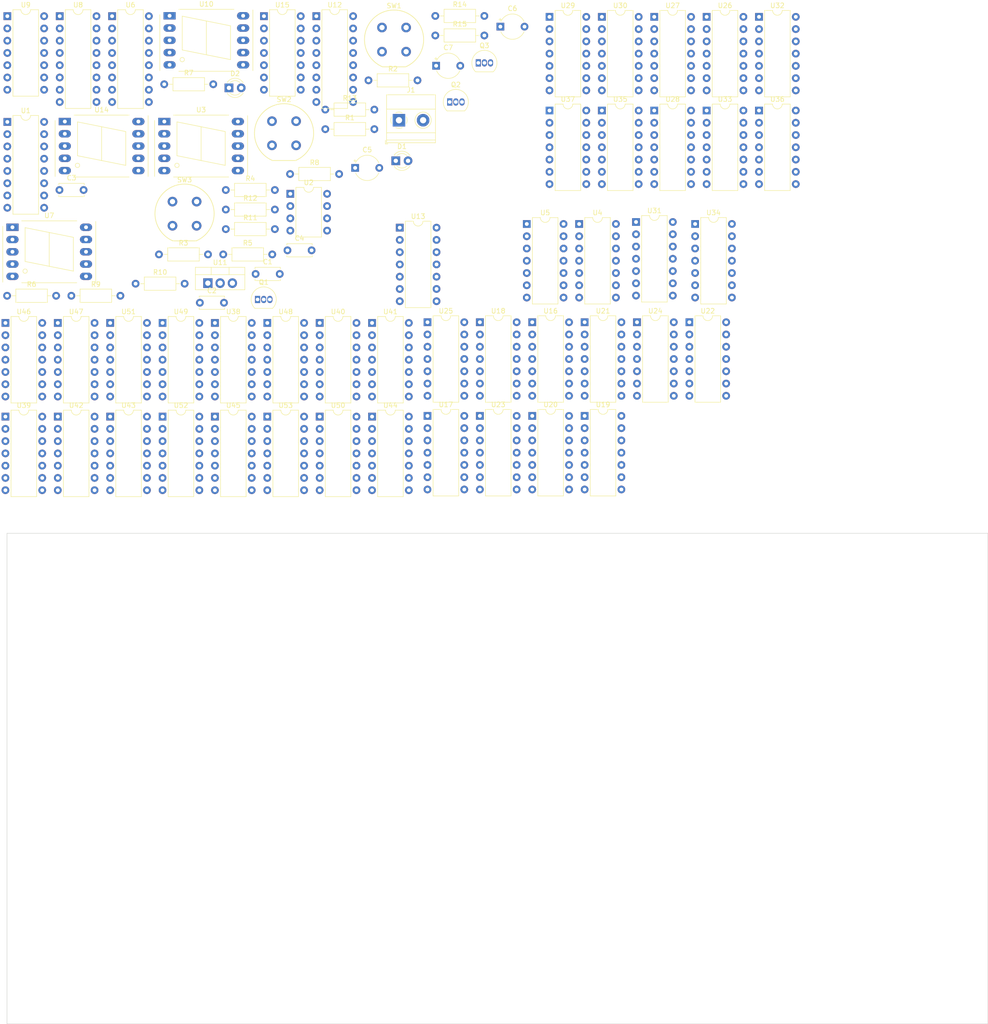
<source format=kicad_pcb>
(kicad_pcb (version 20211014) (generator pcbnew)
  (layers (0 "F.Cu" signal) (31 "B.Cu" signal) (34 "B.Paste" user) (35 "F.Paste" user) (36 "B.SilkS" user "B.Silkscreen") (37 "F.SilkS" user "F.Silkscreen") (38 "B.Mask" user) (39 "F.Mask" user) (44 "Edge.Cuts" user))
  (net 0 "")
  (net 1 "GND")
  (net 2 "+9V")
  (net 3 "Net-(D2-Pad2)")
  (net 4 "+5V")
  (net 5 "/AM{slash}PM")
  (net 6 "Net-(Q3-Pad2)")
  (net 7 "Net-(D1-Pad2)")
  (net 8 "Net-(R1-Pad1)")
  (net 9 "Net-(R2-Pad1)")
  (net 10 "Net-(R3-Pad1)")
  (net 11 "/+HOUR")
  (net 12 "/RESET_BUTTON")
  (net 13 "/+MIN")
  (net 14 "Net-(R7-Pad2)")
  (net 15 "Net-(R8-Pad2)")
  (net 16 "Net-(C5-Pad1)")
  (net 17 "Net-(R10-Pad1)")
  (net 18 "Net-(Q1-Pad2)")
  (net 19 "/RESET_STATE")
  (net 20 "Net-(Q2-Pad2)")
  (net 21 "/CLK_1sec")
  (net 22 "Net-(D1-Pad1)")
  (net 23 "Net-(D2-Pad1)")
  (net 24 "/~{RESET_STATE}")
  (net 25 "Net-(C1-Pad1)")
  (net 26 "Net-(U9-Pad2)")
  (net 27 "Net-(U4-Pad9)")
  (net 28 "/B1")
  (net 29 "/C1")
  (net 30 "/D1")
  (net 31 "/A1")
  (net 32 "Net-(U10-Pad4)")
  (net 33 "Net-(U10-Pad5)")
  (net 34 "Net-(U10-Pad8)")
  (net 35 "Net-(U10-Pad9)")
  (net 36 "Net-(U10-Pad10)")
  (net 37 "Net-(U10-Pad3)")
  (net 38 "Net-(U10-Pad2)")
  (net 39 "/B2")
  (net 40 "/C2")
  (net 41 "/D2")
  (net 42 "/A2")
  (net 43 "Net-(U6-Pad9)")
  (net 44 "Net-(U6-Pad10)")
  (net 45 "Net-(U6-Pad11)")
  (net 46 "Net-(U6-Pad12)")
  (net 47 "Net-(U6-Pad13)")
  (net 48 "Net-(U6-Pad14)")
  (net 49 "Net-(U6-Pad15)")
  (net 50 "/B3")
  (net 51 "/C3")
  (net 52 "/D3")
  (net 53 "/A3")
  (net 54 "Net-(U1-Pad9)")
  (net 55 "Net-(U1-Pad10)")
  (net 56 "Net-(U1-Pad11)")
  (net 57 "Net-(U1-Pad12)")
  (net 58 "Net-(U1-Pad13)")
  (net 59 "Net-(U1-Pad14)")
  (net 60 "Net-(U1-Pad15)")
  (net 61 "Net-(U51-Pad3)")
  (net 62 "Net-(U51-Pad6)")
  (net 63 "/hour_counter/=1?")
  (net 64 "Net-(U51-Pad8)")
  (net 65 "Net-(U51-Pad11)")
  (net 66 "/hour_counter/=9?")
  (net 69 "/sec_counter/Q0")
  (net 70 "/sec_counter/Q1")
  (net 71 "/sec_counter/Q01")
  (net 72 "/sec_counter/Q2")
  (net 73 "/sec_counter/Q012")
  (net 76 "/hour_counter/tens_Q0")
  (net 77 "/hour_counter/=0?")
  (net 78 "Net-(U50-Pad13)")
  (net 79 "Net-(U49-Pad11)")
  (net 81 "/hour_counter/~{ones_Q1}")
  (net 82 "/hour_counter/~{ones_Q2}")
  (net 83 "/hour_counter/~{ones_Q3}")
  (net 84 "/hour_counter/ones_Q1")
  (net 85 "Net-(U49-Pad3)")
  (net 86 "Net-(U49-Pad6)")
  (net 87 "Net-(U50-Pad12)")
  (net 88 "Net-(U15-Pad9)")
  (net 89 "/hour_counter/=9 or =11?")
  (net 90 "/hour_counter/=11?")
  (net 91 "/hour_counter/~{tens_Q0}")
  (net 92 "/hour_counter/~{=11?}")
  (net 93 "/hour_counter/tens_D0")
  (net 94 "Net-(U44-Pad3)")
  (net 95 "/hour_counter/tens_D1")
  (net 96 "Net-(U48-Pad12)")
  (net 97 "Net-(U47-Pad3)")
  (net 98 "Net-(U47-Pad6)")
  (net 99 "/hour_counter/tens_D2")
  (net 100 "Net-(U44-Pad6)")
  (net 101 "/hour_counter/tens_D3")
  (net 102 "Net-(U44-Pad8)")
  (net 103 "/~{RESET_PULSE}")
  (net 104 "/hour_counter/CLK_10hour")
  (net 105 "/hour_counter/~{tens_Q2}")
  (net 106 "/hour_counter/~{tens_Q3}")
  (net 107 "/hour_counter/ones_D2")
  (net 108 "/hour_counter/CLK_1hour")
  (net 109 "/hour_counter/ones_D3")
  (net 110 "/hour_counter/tens_Q01")
  (net 111 "/hour_counter/tens_Q012")
  (net 113 "/hour_counter/~{ones_Q0}")
  (net 114 "/hour_counter/~{=9 or =11?}")
  (net 115 "/hour_counter/ones_D0")
  (net 116 "Net-(U39-Pad3)")
  (net 117 "/hour_counter/ones_D1")
  (net 118 "/hour_counter/ones_Q01")
  (net 119 "/hour_counter/ones_Q012")
  (net 120 "Net-(U39-Pad6)")
  (net 121 "Net-(U39-Pad8)")
  (net 124 "/hour_counter/CLK_12hour")
  (net 125 "/hour_counter/~{tens_Q1}")
  (net 127 "/B0")
  (net 128 "/C0")
  (net 129 "/D0")
  (net 130 "/A0")
  (net 131 "Net-(U12-Pad9)")
  (net 132 "Net-(U12-Pad10)")
  (net 133 "Net-(U12-Pad11)")
  (net 134 "Net-(U12-Pad12)")
  (net 135 "Net-(U12-Pad13)")
  (net 136 "Net-(U12-Pad14)")
  (net 137 "Net-(U13-Pad2)")
  (net 139 "Net-(U13-Pad12)")
  (net 140 "/min_counter/~{tens_Q0}")
  (net 141 "/min_counter/~{=59?}")
  (net 142 "/min_counter/tens_D0")
  (net 143 "Net-(U36-Pad3)")
  (net 144 "/min_counter/tens_D1")
  (net 145 "/min_counter/tens_D2")
  (net 146 "Net-(U36-Pad6)")
  (net 148 "/sec_counter/=59?")
  (net 149 "/sec_counter/~{=59?}")
  (net 150 "/min_counter/=9?")
  (net 151 "/min_counter/~{=9?}")
  (net 152 "/min_counter/=59?")
  (net 153 "Net-(U16-Pad12)")
  (net 154 "/sec_counter/~{Q2}")
  (net 155 "/sec_counter/Q3")
  (net 156 "Net-(U16-Pad13)")
  (net 157 "Net-(U16-Pad8)")
  (net 158 "/sec_counter/Q4")
  (net 159 "/sec_counter/Q5")
  (net 160 "Net-(U16-Pad11)")
  (net 161 "/sec_counter/D0")
  (net 162 "/sec_counter/~{Q1}")
  (net 163 "/sec_counter/D1")
  (net 164 "/sec_counter/Q01234")
  (net 165 "Net-(U18-Pad3)")
  (net 166 "Net-(U18-Pad6)")
  (net 167 "Net-(U18-Pad8)")
  (net 168 "Net-(U18-Pad11)")
  (net 169 "/sec_counter/Q0123")
  (net 170 "Net-(U19-Pad3)")
  (net 174 "/sec_counter/D5")
  (net 175 "/sec_counter/D2")
  (net 176 "/sec_counter/D3")
  (net 177 "/sec_counter/D4")
  (net 178 "/sec_counter/~{Q3}")
  (net 179 "/sec_counter/CLK_1min")
  (net 181 "/sec_counter/~{Q5}")
  (net 182 "/sec_counter/~{Q4}")
  (net 185 "/min_counter/tens_Q01")
  (net 186 "Net-(U33-Pad12)")
  (net 187 "/min_counter/tens_Q012")
  (net 189 "/min_counter/ones_D0")
  (net 190 "/min_counter/CLK_1min")
  (net 191 "/min_counter/~{ones_Q0}")
  (net 192 "/min_counter/~{ones_Q1}")
  (net 193 "/min_counter/ones_D1")
  (net 194 "/min_counter/CLK_10min")
  (net 195 "/min_counter/~{tens_Q1}")
  (net 196 "Net-(U28-Pad3)")
  (net 197 "/min_counter/~{ones_Q2}")
  (net 198 "Net-(U28-Pad10)")
  (net 199 "/min_counter/ones_D3")
  (net 200 "Net-(U28-Pad12)")
  (net 201 "/min_counter/ones_Q01")
  (net 202 "/min_counter/ones_Q012")
  (net 203 "/min_counter/ones_D2")
  (net 204 "Net-(U29-Pad9)")
  (net 205 "Net-(U29-Pad12)")
  (net 206 "Net-(U30-Pad3)")
  (net 210 "/min_counter/CLK_1hour")
  (net 211 "Net-(U32-Pad8)")
  (net 212 "/min_counter/~{tens_Q3}")
  (net 213 "Net-(U33-Pad3)")
  (net 214 "/min_counter/tens_D3")
  (net 215 "/min_counter/~{ones_Q3}")
  (net 216 "/min_counter/~{tens_Q2}")
  (net 217 "Net-(U12-Pad15)")
  (net 218 "/+MIN BUTTON")
  (net 219 "Net-(U4-Pad3)")
  (net 220 "/+HOUR BUTTON")
  (net 221 "Net-(U4-Pad6)")
  (net 225 "Net-(U50-Pad1)")
  (footprint "Package_TO_SOT_THT:TO-92_Inline" (layer "F.Cu") (at 108.8588 34.3708)
    (fp_text reference "Q2")
    (fp_text value "2N3904")
  )
  (footprint "Package_DIP:DIP-14_W7.62mm" (layer "F.Cu") (at 124.824 59.6392)
    (fp_text reference "U5")
    (fp_text value "74LS32")
  )
  (footprint "Display_7Segment:7SegmentLED_LTS6760_LTS6780" (layer "F.Cu") (at 50.8288 16.5208)
    (fp_text reference "U10")
    (fp_text value "HDSP-7801")
  )
  (footprint "Package_DIP:DIP-14_W7.62mm" (layer "F.Cu") (at 38.5234 80.132)
    (fp_text reference "U51")
    (fp_text value "74LS08")
  )
  (footprint "Package_DIP:DIP-14_W7.62mm" (layer "F.Cu") (at 71.0734 99.532)
    (fp_text reference "U53")
    (fp_text value "74LS08")
  )
  (footprint "Package_DIP:DIP-14_W7.62mm" (layer "F.Cu") (at 162.0832 36.1392)
    (fp_text reference "U33")
    (fp_text value "74LS08")
  )
  (footprint "Package_DIP:DIP-16_W7.62mm" (layer "F.Cu") (at 81.2288 16.6008)
    (fp_text reference "U12")
    (fp_text value "74LS47")
  )
  (footprint "Package_DIP:DIP-14_W7.62mm" (layer "F.Cu") (at 136.8086 79.9846)
    (fp_text reference "U21")
    (fp_text value "74LS08")
  )
  (footprint "Package_TO_SOT_THT:TO-220-3_Vertical" (layer "F.Cu") (at 58.7588 71.8908)
    (fp_text reference "U11")
    (fp_text value "LM1117-5.0")
  )
  (footprint "Button_Switch_THT:Push_E-Switch_KS01Q01" (layer "F.Cu") (at 51.431315 55.003315)
    (fp_text reference "SW3")
    (fp_text value "+MIN")
  )
  (footprint "Package_DIP:DIP-14_W7.62mm" (layer "F.Cu") (at 104.2586 79.9846)
    (fp_text reference "U25")
    (fp_text value "74LS08")
  )
  (footprint "Package_DIP:DIP-14_W7.62mm" (layer "F.Cu") (at 115.1086 79.9846)
    (fp_text reference "U18")
    (fp_text value "74LS86")
  )
  (footprint "Package_DIP:DIP-14_W7.62mm" (layer "F.Cu") (at 140.3832 36.1392)
    (fp_text reference "U35")
    (fp_text value "74LS74")
  )
  (footprint "Resistor_THT:R_Axial_DIN0207_L6.3mm_D2.5mm_P10.16mm_Horizontal" (layer "F.Cu") (at 83.0888 35.9508)
    (fp_text reference "R13")
    (fp_text value "1k")
  )
  (footprint "Button_Switch_THT:Push_E-Switch_KS01Q01" (layer "F.Cu") (at 94.831315 18.953315)
    (fp_text reference "SW1")
    (fp_text value "+HOUR")
  )
  (footprint "Package_DIP:DIP-14_W7.62mm" (layer "F.Cu") (at 92.7734 80.132)
    (fp_text reference "U41")
    (fp_text value "74LS74")
  )
  (footprint "Package_DIP:DIP-14_W7.62mm" (layer "F.Cu") (at 162.0832 16.7392)
    (fp_text reference "U26")
    (fp_text value "74LS74")
  )
  (footprint "Package_DIP:DIP-14_W7.62mm" (layer "F.Cu") (at 60.2234 80.132)
    (fp_text reference "U38")
    (fp_text value "74LS74")
  )
  (footprint "Display_7Segment:7SegmentLED_LTS6760_LTS6780" (layer "F.Cu") (at 29.1288 38.4208)
    (fp_text reference "U14")
    (fp_text value "HDSP-7801")
  )
  (footprint "Package_DIP:DIP-16_W7.62mm" (layer "F.Cu") (at 28.0688 16.6008)
    (fp_text reference "U8")
    (fp_text value "74LS47")
  )
  (footprint "Package_DIP:DIP-14_W7.62mm" (layer "F.Cu") (at 147.457 59.2278)
    (fp_text reference "U31")
    (fp_text value "74LS74")
  )
  (footprint "Resistor_THT:R_Axial_DIN0207_L6.3mm_D2.5mm_P10.16mm_Horizontal" (layer "F.Cu") (at 48.6288 65.9408)
    (fp_text reference "R3")
    (fp_text value "10k")
  )
  (footprint "Package_DIP:DIP-14_W7.62mm" (layer "F.Cu") (at 81.9234 99.532)
    (fp_text reference "U50")
    (fp_text value "74LS32")
  )
  (footprint "Package_TO_SOT_THT:TO-92_Inline" (layer "F.Cu") (at 69.0588 75.2708)
    (fp_text reference "Q1")
    (fp_text value "2N3904")
  )
  (footprint "Package_DIP:DIP-14_W7.62mm" (layer "F.Cu") (at 104.2586 99.3846)
    (fp_text reference "U17")
    (fp_text value "74LS74")
  )
  (footprint "Package_DIP:DIP-16_W7.62mm" (layer "F.Cu") (at 38.9188 16.6008)
    (fp_text reference "U6")
    (fp_text value "74LS47")
  )
  (footprint "Package_DIP:DIP-14_W7.62mm" (layer "F.Cu") (at 27.6734 80.132)
    (fp_text reference "U47")
    (fp_text value "74LS08")
  )
  (footprint "LED_THT:LED_D3.0mm" (layer "F.Cu") (at 63.1288 31.4508)
    (fp_text reference "D2")
    (fp_text value "LED")
  )
  (footprint "Resistor_THT:R_Axial_DIN0207_L6.3mm_D2.5mm_P10.16mm_Horizontal" (layer "F.Cu") (at 105.8788 16.5508)
    (fp_text reference "R14")
    (fp_text value "1k")
  )
  (footprint "Button_Switch_THT:Push_E-Switch_KS01Q01" (layer "F.Cu") (at 72.041315 38.353315)
    (fp_text reference "SW2")
    (fp_text value "SET TIME")
  )
  (footprint "Package_DIP:DIP-14_W7.62mm" (layer "F.Cu") (at 135.674 59.6392)
    (fp_text reference "U4")
    (fp_text value "74LS08")
  )
  (footprint "Resistor_THT:R_Axial_DIN0207_L6.3mm_D2.5mm_P10.16mm_Horizontal" (layer "F.Cu") (at 62.4788 56.6508)
    (fp_text reference "R12")
    (fp_text value "10k")
  )
  (footprint "Package_DIP:DIP-14_W7.62mm" (layer "F.Cu") (at 129.5332 16.7392)
    (fp_text reference "U29")
    (fp_text value "74LS08")
  )
  (footprint "Resistor_THT:R_Axial_DIN0207_L6.3mm_D2.5mm_P10.16mm_Horizontal" (layer "F.Cu") (at 83.0888 40.0008)
    (fp_text reference "R1")
    (fp_text value "10k")
  )
  (footprint "Capacitor_THT:C_Disc_D5.0mm_W2.5mm_P5.00mm" (layer "F.Cu") (at 75.2488 65.0908)
    (fp_text reference "C4")
    (fp_text value "100nF")
  )
  (footprint "Capacitor_THT:CP_Radial_Tantal_D5.0mm_P5.00mm" (layer "F.Cu") (at 119.3588 18.7708)
    (fp_text reference "C6")
    (fp_text value "10uF")
  )
  (footprint "Package_DIP:DIP-14_W7.62mm" (layer "F.Cu") (at 16.8234 80.132)
    (fp_text reference "U46")
    (fp_text value "74LS74")
  )
  (footprint "Package_DIP:DIP-14_W7.62mm" (layer "F.Cu") (at 16.8234 99.532)
    (fp_text reference "U39")
    (fp_text value "74LS86")
  )
  (footprint "Resistor_THT:R_Axial_DIN0207_L6.3mm_D2.5mm_P10.16mm_Horizontal" (layer "F.Cu") (at 62.4788 52.6008)
    (fp_text reference "R4")
    (fp_text value "10k")
  )
  (footprint "Display_7Segment:7SegmentLED_LTS6760_LTS6780" (layer "F.Cu") (at 49.7388 38.4208)
    (fp_text reference "U3")
    (fp_text value "HDSP-7801")
  )
  (footprint "Package_DIP:DIP-14_W7.62mm" (layer "F.Cu") (at 147.6586 79.9846)
    (fp_text reference "U24")
    (fp_text value "74LS74")
  )
  (footprint "Resistor_THT:R_Axial_DIN0207_L6.3mm_D2.5mm_P10.16mm_Horizontal" (layer "F.Cu") (at 49.7188 30.7008)
    (fp_text reference "R7")
    (fp_text value "4.2k")
  )
  (footprint "Package_DIP:DIP-14_W7.62mm" (layer "F.Cu") (at 151.2332 16.7392)
    (fp_text reference "U27")
    (fp_text value "74LS74")
  )
  (footprint "Package_DIP:DIP-14_W7.62mm" (layer "F.Cu") (at 38.5234 99.532)
    (fp_text reference "U43")
    (fp_text value "74LS08")
  )
  (footprint "Package_DIP:DIP-14_W7.62mm" (layer "F.Cu") (at 98.5112 60.3962)
    (fp_text reference "U13")
    (fp_text value "74LS74")
  )
  (footprint "Package_DIP:DIP-8_W7.62mm" (layer "F.Cu") (at 75.8388 53.3908)
    (fp_text reference "U2")
    (fp_text value "NE555P")
  )
  (footprint "Resistor_THT:R_Axial_DIN0207_L6.3mm_D2.5mm_P10.16mm_Horizontal" (layer "F.Cu") (at 30.4788 74.5008)
    (fp_text reference "R9")
    (fp_text value "70k")
  )
  (footprint "Display_7Segment:7SegmentLED_LTS6760_LTS6780" (layer "F.Cu") (at 18.2788 60.3208)
    (fp_text reference "U7")
    (fp_text value "HDSP-7801")
  )
  (footprint "TerminalBlock_Phoenix:TerminalBlock_Phoenix_MKDS-1,5-2_1x02_P5.00mm_Horizontal" (layer "F.Cu") (at 98.3488 38.1508)
    (fp_text reference "J1")
    (fp_text value "Battery")
  )
  (footprint "Package_DIP:DIP-14_W7.62mm" (layer "F.Cu") (at 115.1086 99.3846)
    (fp_text reference "U23")
    (fp_text value "74LS74")
  )
  (footprint "Resistor_THT:R_Axial_DIN0207_L6.3mm_D2.5mm_P10.16mm_Horizontal" (layer "F.Cu") (at 62.4788 60.7008)
    (fp_text reference "R11")
    (fp_text value "1k")
  )
  (footprint "Resistor_THT:R_Axial_DIN0207_L6.3mm_D2.5mm_P10.16mm_Horizontal" (layer "F.Cu") (at 17.1688 74.5008)
    (fp_text reference "R6")
    (fp_text value "10k")
  )
  (footprint "Package_DIP:DIP-14_W7.62mm" (layer "F.Cu") (at 172.9332 16.7392)
    (fp_text reference "U32")
    (fp_text value "74LS08")
  )
  (footprint "Package_DIP:DIP-14_W7.62mm" (layer "F.Cu") (at 136.8086 99.3846)
    (fp_text reference "U19")
    (fp_text value "74LS86")
  )
  (footprint "Package_DIP:DIP-14_W7.62mm" (layer "F.Cu") (at 17.2188 16.6008)
    (fp_text reference "U9")
    (fp_text value "74LS74")
  )
  (footprint "Package_DIP:DIP-14_W7.62mm" (layer "F.Cu") (at 81.9234 80.132)
    (fp_text reference "U40")
    (fp_text value "74LS74")
  )
  (footprint "Package_TO_SOT_THT:TO-92_Inline" (layer "F.Cu") (at 114.7788 26.2708)
    (fp_text reference "Q3")
    (fp_text value "2N3904")
  )
  (footprint "Capacitor_THT:C_Disc_D5.0mm_W2.5mm_P5.00mm" (layer "F.Cu") (at 57.0988 75.9508)
    (fp_text reference "C2")
    (fp_text value "100nF")
  )
  (footprint "Package_DIP:DIP-14_W7.62mm" (layer "F.Cu") (at 140.3832 16.7392)
    (fp_text reference "U30")
    (fp_text value "74LS86")
  )
  (footprint "Package_DIP:DIP-14_W7.62mm" (layer "F.Cu") (at 49.3734 99.532)
    (fp_text reference "U52")
    (fp_text value "74LS32")
  )
  (footprint "Capacitor_THT:CP_Radial_Tantal_D5.0mm_P5.00mm" (layer "F.Cu") (at 89.2688 48.0208)
    (fp_text reference "C5")
    (fp_text value "10uF")
  )
  (footprint "Package_DIP:DIP-14_W7.62mm" (layer "F.Cu") (at 158.5086 79.9846)
    (fp_text reference "U22")
    (fp_text value "74LS74")
  )
  (footprint "Package_DIP:DIP-14_W7.62mm" (layer "F.Cu") (at 71.0734 80.132)
    (fp_text reference "U48")
    (fp_text value "74LS08")
  )
  (footprint "Package_DIP:DIP-14_W7.62mm" (layer "F.Cu") (at 27.6734 99.532)
    (fp_text reference "U42")
    (fp_text value "74LS08")
  )
  (footprint "Package_DIP:DIP-14_W7.62mm" (layer "F.Cu") (at 60.2234 99.532)
    (fp_text reference "U45")
    (fp_text value "74LS74")
  )
  (footprint "Package_DIP:DIP-14_W7.62mm" (layer "F.Cu") (at 70.3788 16.6008)
    (fp_text reference "U15")
    (fp_text value "74LS04")
  )
  (footprint "Resistor_THT:R_Axial_DIN0207_L6.3mm_D2.5mm_P10.16mm_Horizontal" (layer "F.Cu") (at 43.7888 72.0008)
    (fp_text reference "R10")
    (fp_text value "1k")
  )
  (footprint "Capacitor_THT:C_Disc_D5.0mm_W2.5mm_P5.00mm" (layer "F.Cu") (at 68.6488 69.9908)
    (fp_text reference "C1")
    (fp_text value "10nF")
  )
  (footprint "Package_DIP:DIP-16_W7.62mm" (layer "F.Cu") (at 17.2188 38.5008)
    (fp_text reference "U1")
    (fp_text value "74LS47")
  )
  (footprint "Package_DIP:DIP-14_W7.62mm" (layer "F.Cu") (at 159.6998 59.6342)
    (fp_text reference "U34")
    (fp_text value "74LS74")
  )
  (footprint "Package_DIP:DIP-14_W7.62mm" (layer "F.Cu") (at 172.9332 36.1392)
    (fp_text reference "U36")
    (fp_text value "74LS86")
  )
  (footprint "Resistor_THT:R_Axial_DIN0207_L6.3mm_D2.5mm_P10.16mm_Horizontal" (layer "F.Cu") (at 92.0288 29.8908)
    (fp_text reference "R2")
    (fp_text value "10k")
  )
  (footprint "Resistor_THT:R_Axial_DIN0207_L6.3mm_D2.5mm_P10.16mm_Horizontal" (layer "F.Cu") (at 75.7888 49.2908)
    (fp_text reference "R8")
    (fp_text value "70")
  )
  (footprint "Resistor_THT:R_Axial_DIN0207_L6.3mm_D2.5mm_P10.16mm_Horizontal" (layer "F.Cu") (at 105.8788 20.6008)
    (fp_text reference "R15")
    (fp_text value "1k")
  )
  (footprint "Capacitor_THT:C_Disc_D5.0mm_W2.5mm_P5.00mm" (layer "F.Cu") (at 28.0188 52.6008)
    (fp_text reference "C3")
    (fp_text value "100nF")
  )
  (footprint "Resistor_THT:R_Axial_DIN0207_L6.3mm_D2.5mm_P10.16mm_Horizontal" (layer "F.Cu") (at 61.9388 65.9408)
    (fp_text reference "R5")
    (fp_text value "10k")
  )
  (footprint "Package_DIP:DIP-14_W7.62mm" (layer "F.Cu") (at 49.3734 80.132)
    (fp_text reference "U49")
    (fp_text value "74LS32")
  )
  (footprint "Package_DIP:DIP-14_W7.62mm" (layer "F.Cu") (at 125.9586 79.9846)
    (fp_text reference "U16")
    (fp_text value "74LS08")
  )
  (footprint "Package_DIP:DIP-14_W7.62mm" (layer "F.Cu") (at 92.7734 99.532)
    (fp_text reference "U44")
    (fp_text value "74LS86")
  )
  (footprint "Package_DIP:DIP-14_W7.62mm" (layer "F.Cu") (at 129.5332 36.1392)
    (fp_text reference "U37")
    (fp_text value "74LS08")
  )
  (footprint "Package_DIP:DIP-14_W7.62mm" (layer "F.Cu") (at 125.9586 99.3846)
    (fp_text reference "U20")
    (fp_text value "74LS08")
  )
  (footprint "Package_DIP:DIP-14_W7.62mm" (layer "F.Cu") (at 151.2332 36.1392)
    (fp_text reference "U28")
    (fp_text value "74LS08")
  )
  (footprint "Capacitor_THT:CP_Radial_Tantal_D5.0mm_P5.00mm" (layer "F.Cu") (at 106.0488 26.8708)
    (fp_text reference "C7")
    (fp_text value "10uF")
  )
  (footprint "LED_THT:LED_D3.0mm" (layer "F.Cu") (at 97.6888 46.5508)
    (fp_text reference "D1")
    (fp_text value "LED")
  )
  (gr_line (start 17.145 225.298) (end 220.345 225.298) (layer "Edge.Cuts") (width 0.1))
  (gr_line (start 220.345 225.298) (end 220.345 123.698) (layer "Edge.Cuts") (width 0.1))
  (gr_line (start 220.345 123.698) (end 17.145 123.698) (layer "Edge.Cuts") (width 0.1))
  (gr_line (start 17.145 123.698) (end 17.145 225.298) (layer "Edge.Cuts") (width 0.1))
)
</source>
